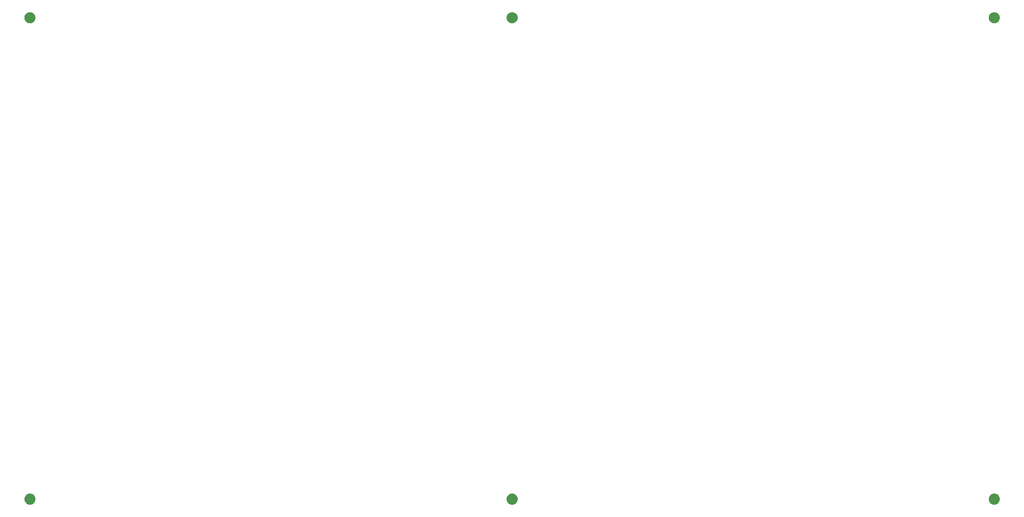
<source format=gbr>
%TF.GenerationSoftware,Altium Limited,Altium Designer,24.3.1 (35)*%
G04 Layer_Color=0*
%FSLAX45Y45*%
%MOMM*%
%TF.SameCoordinates,844131A9-2E1B-4A61-BE1F-69DE975881E6*%
%TF.FilePolarity,Positive*%
%TF.FileFunction,NonPlated,1,2,NPTH,Drill*%
%TF.Part,Single*%
G01*
G75*
G36*
X13350000Y500000D02*
Y485226D01*
X13355763Y456246D01*
X13367072Y428948D01*
X13383487Y404380D01*
X13404379Y383487D01*
X13428947Y367072D01*
X13456245Y355764D01*
X13485226Y350000D01*
X13500000D01*
X13514774D01*
X13543753Y355764D01*
X13571051Y367072D01*
X13595619Y383487D01*
X13616512Y404380D01*
X13632928Y428948D01*
X13644235Y456246D01*
X13650000Y485226D01*
Y500000D01*
Y514774D01*
X13644235Y543753D01*
X13632928Y571051D01*
X13616512Y595619D01*
X13595619Y616512D01*
X13571051Y632928D01*
X13543753Y644235D01*
X13514774Y650000D01*
X13500000D01*
X13485226D01*
X13456245Y644235D01*
X13428947Y632928D01*
X13404379Y616512D01*
X13383487Y595619D01*
X13367072Y571051D01*
X13355763Y543753D01*
X13350000Y514774D01*
Y500000D01*
D01*
D02*
G37*
G36*
X500000Y350000D02*
X485226D01*
X456246Y355764D01*
X428948Y367072D01*
X404380Y383487D01*
X383487Y404380D01*
X367072Y428948D01*
X355764Y456246D01*
X350000Y485226D01*
Y500000D01*
Y514774D01*
X355764Y543753D01*
X367072Y571051D01*
X383487Y595619D01*
X404380Y616512D01*
X428948Y632928D01*
X456246Y644235D01*
X485226Y650000D01*
X500000D01*
X514774D01*
X543753Y644235D01*
X571051Y632928D01*
X595619Y616512D01*
X616512Y595619D01*
X632928Y571051D01*
X644235Y543753D01*
X650000Y514774D01*
Y500000D01*
Y485226D01*
X644235Y456246D01*
X632928Y428948D01*
X616512Y404380D01*
X595619Y383487D01*
X571051Y367072D01*
X543753Y355764D01*
X514774Y350000D01*
X500000D01*
D01*
D02*
G37*
G36*
X26350000Y500000D02*
Y485226D01*
X26355765Y456246D01*
X26367072Y428948D01*
X26383487Y404380D01*
X26404382Y383487D01*
X26428949Y367072D01*
X26456247Y355764D01*
X26485226Y350000D01*
X26500000D01*
X26514774D01*
X26543753Y355764D01*
X26571051Y367072D01*
X26595618Y383487D01*
X26616513Y404380D01*
X26632928Y428948D01*
X26644235Y456246D01*
X26650000Y485226D01*
Y500000D01*
Y514774D01*
X26644235Y543753D01*
X26632928Y571051D01*
X26616513Y595619D01*
X26595618Y616512D01*
X26571051Y632928D01*
X26543753Y644235D01*
X26514774Y650000D01*
X26500000D01*
X26485226D01*
X26456247Y644235D01*
X26428949Y632928D01*
X26404382Y616512D01*
X26383487Y595619D01*
X26367072Y571051D01*
X26355765Y543753D01*
X26350000Y514774D01*
Y500000D01*
D01*
D02*
G37*
G36*
Y13500000D02*
Y13485226D01*
X26355765Y13456245D01*
X26367072Y13428947D01*
X26383487Y13404379D01*
X26404382Y13383487D01*
X26428949Y13367072D01*
X26456247Y13355763D01*
X26485226Y13350000D01*
X26500000D01*
X26514774D01*
X26543753Y13355763D01*
X26571051Y13367072D01*
X26595618Y13383487D01*
X26616513Y13404379D01*
X26632928Y13428947D01*
X26644235Y13456245D01*
X26650000Y13485226D01*
Y13500000D01*
Y13514774D01*
X26644235Y13543753D01*
X26632928Y13571051D01*
X26616513Y13595619D01*
X26595618Y13616512D01*
X26571051Y13632928D01*
X26543753Y13644235D01*
X26514774Y13650000D01*
X26500000D01*
X26485226D01*
X26456247Y13644235D01*
X26428949Y13632928D01*
X26404382Y13616512D01*
X26383487Y13595619D01*
X26367072Y13571051D01*
X26355765Y13543753D01*
X26350000Y13514774D01*
Y13500000D01*
D01*
D02*
G37*
G36*
X13500000Y13350000D02*
X13485226D01*
X13456245Y13355763D01*
X13428947Y13367072D01*
X13404379Y13383487D01*
X13383487Y13404379D01*
X13367072Y13428947D01*
X13355763Y13456245D01*
X13350000Y13485226D01*
Y13500000D01*
Y13514774D01*
X13355763Y13543753D01*
X13367072Y13571051D01*
X13383487Y13595619D01*
X13404379Y13616512D01*
X13428947Y13632928D01*
X13456245Y13644235D01*
X13485226Y13650000D01*
X13500000D01*
X13514774D01*
X13543753Y13644235D01*
X13571051Y13632928D01*
X13595619Y13616512D01*
X13616512Y13595619D01*
X13632928Y13571051D01*
X13644235Y13543753D01*
X13650000Y13514774D01*
Y13500000D01*
Y13485226D01*
X13644235Y13456245D01*
X13632928Y13428947D01*
X13616512Y13404379D01*
X13595619Y13383487D01*
X13571051Y13367072D01*
X13543753Y13355763D01*
X13514774Y13350000D01*
X13500000D01*
D01*
D02*
G37*
G36*
X500000D02*
X485226D01*
X456246Y13355763D01*
X428948Y13367072D01*
X404380Y13383487D01*
X383487Y13404379D01*
X367072Y13428947D01*
X355764Y13456245D01*
X350000Y13485226D01*
Y13500000D01*
Y13514774D01*
X355764Y13543753D01*
X367072Y13571051D01*
X383487Y13595619D01*
X404380Y13616512D01*
X428948Y13632928D01*
X456246Y13644235D01*
X485226Y13650000D01*
X500000D01*
X514774D01*
X543753Y13644235D01*
X571051Y13632928D01*
X595619Y13616512D01*
X616512Y13595619D01*
X632928Y13571051D01*
X644235Y13543753D01*
X650000Y13514774D01*
Y13500000D01*
Y13485226D01*
X644235Y13456245D01*
X632928Y13428947D01*
X616512Y13404379D01*
X595619Y13383487D01*
X571051Y13367072D01*
X543753Y13355763D01*
X514774Y13350000D01*
X500000D01*
D01*
D02*
G37*
%TF.MD5,4fa40a5e3327f840ab79944fd608ef39*%
M02*

</source>
